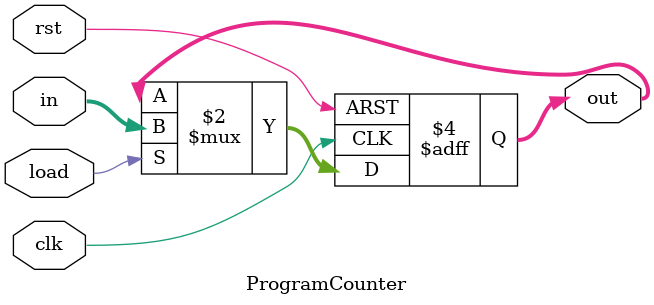
<source format=v>
module ProgramCounter (
    input [31:0] in, input clk, input rst, input load,
    output reg [31:0] out

);
    always @(posedge clk, posedge rst) begin
        if (rst) out <= 0;
        else if (load) out <= in;
    end
endmodule
</source>
